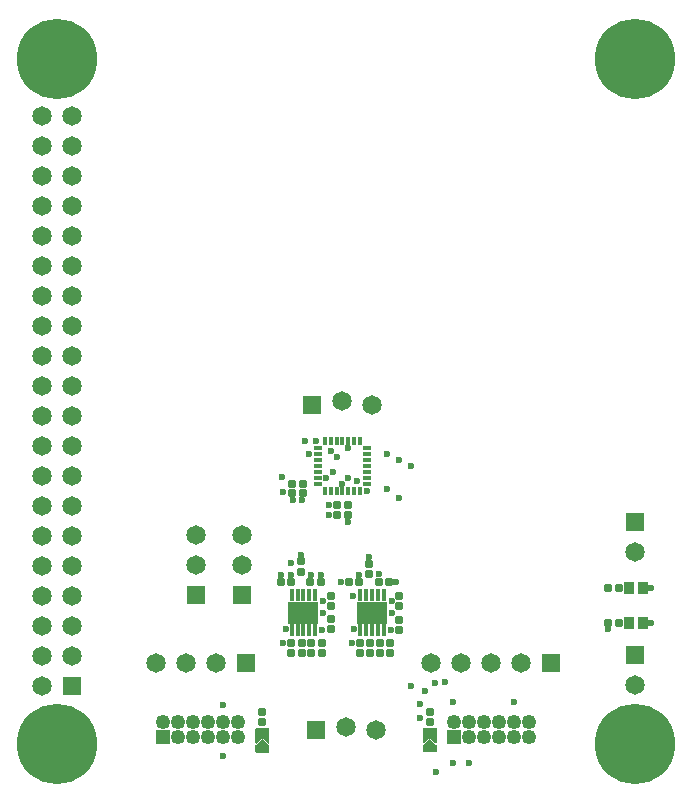
<source format=gts>
G04*
G04 #@! TF.GenerationSoftware,Altium Limited,Altium Designer,21.7.2 (23)*
G04*
G04 Layer_Color=8388736*
%FSLAX25Y25*%
%MOIN*%
G70*
G04*
G04 #@! TF.SameCoordinates,72A3C6AD-17B6-4F61-9830-52E5D45F99D0*
G04*
G04*
G04 #@! TF.FilePolarity,Negative*
G04*
G01*
G75*
%ADD21R,0.03000X0.01500*%
G04:AMPARAMS|DCode=23|XSize=26.38mil|YSize=27.95mil|CornerRadius=8.07mil|HoleSize=0mil|Usage=FLASHONLY|Rotation=90.000|XOffset=0mil|YOffset=0mil|HoleType=Round|Shape=RoundedRectangle|*
%AMROUNDEDRECTD23*
21,1,0.02638,0.01181,0,0,90.0*
21,1,0.01024,0.02795,0,0,90.0*
1,1,0.01614,0.00591,0.00512*
1,1,0.01614,0.00591,-0.00512*
1,1,0.01614,-0.00591,-0.00512*
1,1,0.01614,-0.00591,0.00512*
%
%ADD23ROUNDEDRECTD23*%
G04:AMPARAMS|DCode=24|XSize=26.38mil|YSize=27.95mil|CornerRadius=8.07mil|HoleSize=0mil|Usage=FLASHONLY|Rotation=0.000|XOffset=0mil|YOffset=0mil|HoleType=Round|Shape=RoundedRectangle|*
%AMROUNDEDRECTD24*
21,1,0.02638,0.01181,0,0,0.0*
21,1,0.01024,0.02795,0,0,0.0*
1,1,0.01614,0.00512,-0.00591*
1,1,0.01614,-0.00512,-0.00591*
1,1,0.01614,-0.00512,0.00591*
1,1,0.01614,0.00512,0.00591*
%
%ADD24ROUNDEDRECTD24*%
%ADD25R,0.02953X0.01772*%
%ADD26R,0.01772X0.02953*%
%ADD27R,0.10039X0.07284*%
%ADD28R,0.01772X0.03937*%
%ADD29R,0.03347X0.03937*%
%ADD30C,0.06496*%
%ADD31R,0.06496X0.06496*%
%ADD32C,0.04921*%
%ADD33R,0.04921X0.04921*%
%ADD34R,0.06496X0.06496*%
%ADD35C,0.02362*%
%ADD36C,0.26772*%
G36*
X349638Y121651D02*
X349684Y121647D01*
X349729Y121636D01*
X349772Y121618D01*
X349812Y121594D01*
X349847Y121564D01*
X349877Y121528D01*
X349902Y121489D01*
X349920Y121446D01*
X349930Y121401D01*
X349934Y121354D01*
Y116854D01*
X349930Y116808D01*
X349920Y116763D01*
X349912Y116745D01*
X349902Y116720D01*
X349877Y116680D01*
X349847Y116645D01*
X349812Y116615D01*
X349772Y116590D01*
X349747Y116580D01*
X349729Y116573D01*
X349684Y116562D01*
X349638Y116558D01*
X349591Y116562D01*
X349546Y116573D01*
X349525Y116581D01*
X349503Y116590D01*
X349464Y116615D01*
X349428Y116645D01*
X347638Y118435D01*
X345847Y116645D01*
X345812Y116615D01*
X345772Y116590D01*
X345760Y116585D01*
X345729Y116573D01*
X345684Y116562D01*
X345638Y116558D01*
X345591Y116562D01*
X345546Y116573D01*
X345516Y116585D01*
X345503Y116590D01*
X345464Y116615D01*
X345428Y116645D01*
X345398Y116680D01*
X345374Y116720D01*
X345369Y116732D01*
X345356Y116763D01*
X345345Y116808D01*
X345342Y116854D01*
Y121354D01*
X345345Y121401D01*
X345356Y121446D01*
X345374Y121489D01*
X345398Y121528D01*
X345428Y121564D01*
X345464Y121594D01*
X345503Y121618D01*
X345546Y121636D01*
X345591Y121647D01*
X345638Y121651D01*
X349638Y121651D01*
D02*
G37*
G36*
X347684Y118147D02*
X347729Y118136D01*
X347772Y118118D01*
X347812Y118094D01*
X347847Y118064D01*
X349847Y116064D01*
X349877Y116028D01*
X349902Y115989D01*
X349907Y115976D01*
X349920Y115946D01*
X349930Y115901D01*
X349934Y115854D01*
Y113854D01*
X349930Y113808D01*
X349920Y113763D01*
X349902Y113720D01*
X349877Y113680D01*
X349847Y113645D01*
X349812Y113615D01*
X349772Y113590D01*
X349729Y113573D01*
X349684Y113562D01*
X349638Y113558D01*
X345638Y113558D01*
X345591Y113562D01*
X345546Y113573D01*
X345503Y113590D01*
X345464Y113615D01*
X345428Y113645D01*
X345398Y113680D01*
X345374Y113720D01*
X345356Y113763D01*
X345345Y113808D01*
X345342Y113854D01*
X345342Y115854D01*
X345345Y115901D01*
X345356Y115946D01*
X345369Y115976D01*
X345374Y115989D01*
X345398Y116028D01*
X345428Y116064D01*
X347428Y118064D01*
X347464Y118094D01*
X347503Y118118D01*
X347546Y118136D01*
X347591Y118147D01*
X347638Y118150D01*
X347684Y118147D01*
D02*
G37*
G36*
X405590Y121753D02*
X405635Y121742D01*
X405678Y121724D01*
X405717Y121700D01*
X405753Y121670D01*
X405783Y121635D01*
X405807Y121595D01*
X405825Y121552D01*
X405836Y121507D01*
X405839Y121461D01*
Y116961D01*
X405836Y116914D01*
X405825Y116869D01*
X405807Y116826D01*
X405783Y116787D01*
X405753Y116751D01*
X405717Y116721D01*
X405678Y116697D01*
X405635Y116679D01*
X405590Y116668D01*
X405543Y116664D01*
X405497Y116668D01*
X405452Y116679D01*
X405409Y116697D01*
X405369Y116721D01*
X405334Y116751D01*
X403543Y118542D01*
X401753Y116751D01*
X401717Y116721D01*
X401678Y116697D01*
X401665Y116692D01*
X401635Y116679D01*
X401590Y116668D01*
X401543Y116664D01*
X401497Y116668D01*
X401452Y116679D01*
X401421Y116692D01*
X401409Y116697D01*
X401369Y116721D01*
X401334Y116751D01*
X401304Y116787D01*
X401279Y116826D01*
X401274Y116839D01*
X401262Y116869D01*
X401251Y116914D01*
X401247Y116961D01*
Y121461D01*
X401251Y121507D01*
X401262Y121552D01*
X401279Y121595D01*
X401304Y121635D01*
X401334Y121670D01*
X401369Y121700D01*
X401409Y121724D01*
X401452Y121742D01*
X401497Y121753D01*
X401543Y121757D01*
X405543D01*
X405590Y121753D01*
D02*
G37*
G36*
X403590Y118253D02*
X403635Y118242D01*
X403678Y118225D01*
X403717Y118200D01*
X403753Y118170D01*
X405753Y116170D01*
X405783Y116135D01*
X405807Y116095D01*
X405812Y116083D01*
X405825Y116052D01*
X405836Y116007D01*
X405839Y115961D01*
Y113961D01*
X405836Y113914D01*
X405825Y113869D01*
X405807Y113826D01*
X405783Y113786D01*
X405753Y113751D01*
X405717Y113721D01*
X405678Y113697D01*
X405635Y113679D01*
X405590Y113668D01*
X405543Y113664D01*
X401543D01*
X401497Y113668D01*
X401452Y113679D01*
X401409Y113697D01*
X401369Y113721D01*
X401334Y113751D01*
X401304Y113786D01*
X401279Y113826D01*
X401262Y113869D01*
X401251Y113914D01*
X401247Y113961D01*
Y115961D01*
X401251Y116007D01*
X401262Y116052D01*
X401274Y116083D01*
X401279Y116095D01*
X401304Y116135D01*
X401334Y116170D01*
X403334Y118170D01*
X403369Y118200D01*
X403409Y118225D01*
X403452Y118242D01*
X403497Y118253D01*
X403543Y118257D01*
X403590Y118253D01*
D02*
G37*
D21*
X347638Y120354D02*
D03*
Y114854D02*
D03*
X403543Y120461D02*
D03*
X403543Y114961D02*
D03*
D23*
X376378Y196221D02*
D03*
Y192756D02*
D03*
X383260Y176549D02*
D03*
Y173084D02*
D03*
X360478Y177280D02*
D03*
Y173816D02*
D03*
X372441Y192756D02*
D03*
X372441Y196221D02*
D03*
X393307Y157795D02*
D03*
X393307Y154331D02*
D03*
Y165905D02*
D03*
Y162441D02*
D03*
X370472Y158189D02*
D03*
X370472Y154724D02*
D03*
Y165905D02*
D03*
Y162441D02*
D03*
X347638Y123622D02*
D03*
Y127087D02*
D03*
X403543Y123728D02*
D03*
Y127193D02*
D03*
D24*
X361181Y203150D02*
D03*
X357716D02*
D03*
X361181Y200000D02*
D03*
X357716D02*
D03*
X379921Y170472D02*
D03*
X376457D02*
D03*
X386614D02*
D03*
X390079D02*
D03*
X357244D02*
D03*
X353780D02*
D03*
X363622D02*
D03*
X367087D02*
D03*
X386850Y146850D02*
D03*
X390315Y146850D02*
D03*
X386850Y150000D02*
D03*
X390315D02*
D03*
X364016Y150000D02*
D03*
X367480D02*
D03*
X364016Y146850D02*
D03*
X367480D02*
D03*
X380157Y146850D02*
D03*
X383622D02*
D03*
X380157Y150000D02*
D03*
X383622D02*
D03*
X357323Y146850D02*
D03*
X360787D02*
D03*
X357323Y150000D02*
D03*
X360787D02*
D03*
X463020Y156827D02*
D03*
X466484D02*
D03*
X463020Y168551D02*
D03*
X466484D02*
D03*
D25*
X366142Y203150D02*
D03*
Y205118D02*
D03*
Y207087D02*
D03*
Y209055D02*
D03*
Y211024D02*
D03*
Y212992D02*
D03*
Y214961D02*
D03*
X382677D02*
D03*
Y212992D02*
D03*
Y211024D02*
D03*
Y209055D02*
D03*
Y207087D02*
D03*
Y205118D02*
D03*
Y203150D02*
D03*
D26*
X368504Y217323D02*
D03*
X370472D02*
D03*
X372441D02*
D03*
X374410D02*
D03*
X376378D02*
D03*
X378346D02*
D03*
X380315D02*
D03*
Y200787D02*
D03*
X378346D02*
D03*
X376378D02*
D03*
X374410D02*
D03*
X372441D02*
D03*
X370472D02*
D03*
X368504D02*
D03*
D27*
X384252Y160236D02*
D03*
X361417D02*
D03*
D28*
X388189Y154528D02*
D03*
X386221D02*
D03*
X384252D02*
D03*
X382283D02*
D03*
X380315D02*
D03*
Y165945D02*
D03*
X382283D02*
D03*
X384252D02*
D03*
X386221D02*
D03*
X388189D02*
D03*
X365354Y154528D02*
D03*
X363386D02*
D03*
X361417D02*
D03*
X359449D02*
D03*
X357480D02*
D03*
Y165945D02*
D03*
X359449D02*
D03*
X361417D02*
D03*
X363386D02*
D03*
X365354D02*
D03*
D29*
X469984Y156827D02*
D03*
X474709D02*
D03*
X469984Y168551D02*
D03*
X474709D02*
D03*
D30*
X340945Y185984D02*
D03*
Y175984D02*
D03*
X385591Y121260D02*
D03*
X375590Y122047D02*
D03*
X374410Y230709D02*
D03*
X384409Y229528D02*
D03*
X404016Y143307D02*
D03*
X414016D02*
D03*
X424016D02*
D03*
X434016D02*
D03*
X325590Y175984D02*
D03*
Y185984D02*
D03*
X312126Y143307D02*
D03*
X322126D02*
D03*
X332126D02*
D03*
X472047Y136063D02*
D03*
Y180315D02*
D03*
X274252Y325827D02*
D03*
X284252D02*
D03*
X274252Y315827D02*
D03*
X284252D02*
D03*
X274252Y305827D02*
D03*
X284252D02*
D03*
X274252Y295827D02*
D03*
X284252D02*
D03*
X274252Y285827D02*
D03*
X284252D02*
D03*
X274252Y275827D02*
D03*
X284252D02*
D03*
X274252Y265827D02*
D03*
X284252D02*
D03*
X274252Y255827D02*
D03*
X284252D02*
D03*
X274252Y245827D02*
D03*
X284252D02*
D03*
X274252Y235827D02*
D03*
X284252D02*
D03*
X274252Y225827D02*
D03*
X284252D02*
D03*
X274252Y215827D02*
D03*
X284252D02*
D03*
X274252Y205827D02*
D03*
X284252D02*
D03*
X274252Y195827D02*
D03*
X284252D02*
D03*
X274252Y185827D02*
D03*
X284252D02*
D03*
X274252Y175827D02*
D03*
X284252D02*
D03*
X274252Y165827D02*
D03*
X284252D02*
D03*
X274252Y155827D02*
D03*
X284252D02*
D03*
X274252Y145827D02*
D03*
X284252D02*
D03*
X274252Y135827D02*
D03*
D31*
X340945Y165984D02*
D03*
X325590D02*
D03*
X472047Y146063D02*
D03*
Y190315D02*
D03*
X284252Y135827D02*
D03*
D32*
X436614Y123898D02*
D03*
X436614Y118898D02*
D03*
X431614Y123898D02*
D03*
Y118898D02*
D03*
X426614Y123898D02*
D03*
X426614Y118898D02*
D03*
X421614Y123898D02*
D03*
Y118898D02*
D03*
X416614Y123898D02*
D03*
X416614Y118898D02*
D03*
X411614Y123898D02*
D03*
X314567Y123898D02*
D03*
X319567Y118898D02*
D03*
X319567Y123898D02*
D03*
X324567Y118898D02*
D03*
Y123898D02*
D03*
X329567Y118898D02*
D03*
X329567Y123898D02*
D03*
X334567Y118898D02*
D03*
Y123898D02*
D03*
X339567Y118898D02*
D03*
Y123898D02*
D03*
D33*
X411614Y118898D02*
D03*
X314567Y118898D02*
D03*
D34*
X365591Y121260D02*
D03*
X364409Y229528D02*
D03*
X444016Y143307D02*
D03*
X342126D02*
D03*
D35*
X361811Y217323D02*
D03*
X405118Y136614D02*
D03*
X401968Y134252D02*
D03*
X397244Y135827D02*
D03*
X405512Y107087D02*
D03*
X408661Y137008D02*
D03*
X393307Y198425D02*
D03*
X416535Y110236D02*
D03*
X389370Y201575D02*
D03*
X397376Y209116D02*
D03*
X354724Y200394D02*
D03*
X389370Y212992D02*
D03*
X393307Y211024D02*
D03*
X376378Y214961D02*
D03*
X431496Y130315D02*
D03*
X372441Y212205D02*
D03*
X370472Y214173D02*
D03*
X365748Y217323D02*
D03*
X379134Y203937D02*
D03*
X376378Y205118D02*
D03*
X357087Y176772D02*
D03*
X354331Y205512D02*
D03*
X363386Y212992D02*
D03*
X357087Y172835D02*
D03*
X353858Y172756D02*
D03*
X363779Y172835D02*
D03*
X357874Y197638D02*
D03*
X334646Y112598D02*
D03*
Y129528D02*
D03*
X371260Y207087D02*
D03*
X368898Y205118D02*
D03*
X383148Y178663D02*
D03*
X382677Y200787D02*
D03*
X374410Y203150D02*
D03*
X370079Y192913D02*
D03*
X361024Y197638D02*
D03*
X370079Y196063D02*
D03*
X376378Y190551D02*
D03*
X374016Y170472D02*
D03*
X379921Y172835D02*
D03*
X386422Y173198D02*
D03*
X392404Y170474D02*
D03*
X360438Y179385D02*
D03*
X367323Y172835D02*
D03*
X411417Y130315D02*
D03*
Y110236D02*
D03*
X400394Y125197D02*
D03*
X377933Y165905D02*
D03*
X462992Y154724D02*
D03*
X477165Y168504D02*
D03*
Y156693D02*
D03*
X400394Y129921D02*
D03*
X377559Y150000D02*
D03*
X390773Y160093D02*
D03*
Y164268D02*
D03*
X390551Y154331D02*
D03*
X378346Y154724D02*
D03*
X367929Y164251D02*
D03*
X367961Y160237D02*
D03*
X367717Y154331D02*
D03*
X354724Y150000D02*
D03*
X355512Y154724D02*
D03*
D36*
X472047Y344882D02*
D03*
X279134D02*
D03*
Y116535D02*
D03*
X472047D02*
D03*
M02*

</source>
